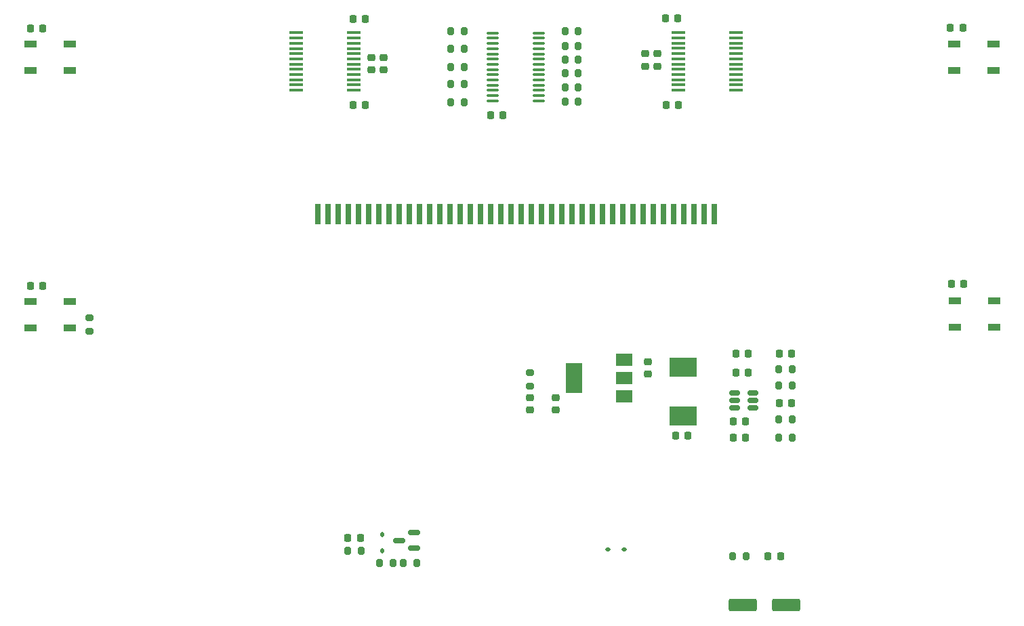
<source format=gbr>
%TF.GenerationSoftware,KiCad,Pcbnew,8.0.7*%
%TF.CreationDate,2025-01-09T15:44:16+07:00*%
%TF.ProjectId,RoboCar_PCB,526f626f-4361-4725-9f50-43422e6b6963,rev?*%
%TF.SameCoordinates,Original*%
%TF.FileFunction,Paste,Top*%
%TF.FilePolarity,Positive*%
%FSLAX46Y46*%
G04 Gerber Fmt 4.6, Leading zero omitted, Abs format (unit mm)*
G04 Created by KiCad (PCBNEW 8.0.7) date 2025-01-09 15:44:16*
%MOMM*%
%LPD*%
G01*
G04 APERTURE LIST*
G04 Aperture macros list*
%AMRoundRect*
0 Rectangle with rounded corners*
0 $1 Rounding radius*
0 $2 $3 $4 $5 $6 $7 $8 $9 X,Y pos of 4 corners*
0 Add a 4 corners polygon primitive as box body*
4,1,4,$2,$3,$4,$5,$6,$7,$8,$9,$2,$3,0*
0 Add four circle primitives for the rounded corners*
1,1,$1+$1,$2,$3*
1,1,$1+$1,$4,$5*
1,1,$1+$1,$6,$7*
1,1,$1+$1,$8,$9*
0 Add four rect primitives between the rounded corners*
20,1,$1+$1,$2,$3,$4,$5,0*
20,1,$1+$1,$4,$5,$6,$7,0*
20,1,$1+$1,$6,$7,$8,$9,0*
20,1,$1+$1,$8,$9,$2,$3,0*%
G04 Aperture macros list end*
%ADD10RoundRect,0.200000X0.200000X0.275000X-0.200000X0.275000X-0.200000X-0.275000X0.200000X-0.275000X0*%
%ADD11RoundRect,0.200000X-0.275000X0.200000X-0.275000X-0.200000X0.275000X-0.200000X0.275000X0.200000X0*%
%ADD12RoundRect,0.225000X0.225000X0.250000X-0.225000X0.250000X-0.225000X-0.250000X0.225000X-0.250000X0*%
%ADD13RoundRect,0.200000X-0.200000X-0.275000X0.200000X-0.275000X0.200000X0.275000X-0.200000X0.275000X0*%
%ADD14RoundRect,0.225000X-0.250000X0.225000X-0.250000X-0.225000X0.250000X-0.225000X0.250000X0.225000X0*%
%ADD15RoundRect,0.200000X0.275000X-0.200000X0.275000X0.200000X-0.275000X0.200000X-0.275000X-0.200000X0*%
%ADD16RoundRect,0.150000X-0.512500X-0.150000X0.512500X-0.150000X0.512500X0.150000X-0.512500X0.150000X0*%
%ADD17R,1.500000X0.900000*%
%ADD18RoundRect,0.100000X0.637500X0.100000X-0.637500X0.100000X-0.637500X-0.100000X0.637500X-0.100000X0*%
%ADD19RoundRect,0.225000X-0.225000X-0.250000X0.225000X-0.250000X0.225000X0.250000X-0.225000X0.250000X0*%
%ADD20RoundRect,0.218750X0.218750X0.256250X-0.218750X0.256250X-0.218750X-0.256250X0.218750X-0.256250X0*%
%ADD21RoundRect,0.225000X0.250000X-0.225000X0.250000X0.225000X-0.250000X0.225000X-0.250000X-0.225000X0*%
%ADD22R,1.750000X0.450000*%
%ADD23RoundRect,0.218750X0.256250X-0.218750X0.256250X0.218750X-0.256250X0.218750X-0.256250X-0.218750X0*%
%ADD24R,2.000000X1.500000*%
%ADD25R,2.000000X3.800000*%
%ADD26RoundRect,0.150000X0.587500X0.150000X-0.587500X0.150000X-0.587500X-0.150000X0.587500X-0.150000X0*%
%ADD27R,0.800000X2.500000*%
%ADD28RoundRect,0.112500X0.187500X0.112500X-0.187500X0.112500X-0.187500X-0.112500X0.187500X-0.112500X0*%
%ADD29R,3.400000X2.350000*%
%ADD30RoundRect,0.112500X-0.112500X0.187500X-0.112500X-0.187500X0.112500X-0.187500X0.112500X0.187500X0*%
%ADD31RoundRect,0.250000X-1.500000X-0.550000X1.500000X-0.550000X1.500000X0.550000X-1.500000X0.550000X0*%
G04 APERTURE END LIST*
D10*
%TO.C,R6*%
X129327768Y-110521038D03*
X127677768Y-110521038D03*
%TD*%
%TO.C,R23*%
X102620000Y-70075000D03*
X100970000Y-70075000D03*
%TD*%
D11*
%TO.C,R2*%
X41545000Y-104077500D03*
X41545000Y-105727500D03*
%TD*%
D12*
%TO.C,C16*%
X123497768Y-117021038D03*
X121947768Y-117021038D03*
%TD*%
D13*
%TO.C,R14*%
X86720000Y-70425000D03*
X88370000Y-70425000D03*
%TD*%
D14*
%TO.C,C21*%
X111295000Y-109537500D03*
X111295000Y-111087500D03*
%TD*%
D15*
%TO.C,R30*%
X96605000Y-112612500D03*
X96605000Y-110962500D03*
%TD*%
D10*
%TO.C,R3*%
X129327768Y-112521038D03*
X127677768Y-112521038D03*
%TD*%
D14*
%TO.C,C22*%
X99835000Y-114039732D03*
X99835000Y-115589732D03*
%TD*%
D16*
%TO.C,U4*%
X122195000Y-113435000D03*
X122195000Y-114385000D03*
X122195000Y-115335000D03*
X124470000Y-115335000D03*
X124470000Y-114385000D03*
X124470000Y-113435000D03*
%TD*%
D17*
%TO.C,D2*%
X39105000Y-73192500D03*
X39105000Y-69892500D03*
X34205000Y-69892500D03*
X34205000Y-73192500D03*
%TD*%
D18*
%TO.C,U3*%
X97667500Y-76935000D03*
X97667500Y-76285000D03*
X97667500Y-75635000D03*
X97667500Y-74985000D03*
X97667500Y-74335000D03*
X97667500Y-73685000D03*
X97667500Y-73035000D03*
X97667500Y-72385000D03*
X97667500Y-71735000D03*
X97667500Y-71085000D03*
X97667500Y-70435000D03*
X97667500Y-69785000D03*
X97667500Y-69135000D03*
X97667500Y-68485000D03*
X91942500Y-68485000D03*
X91942500Y-69135000D03*
X91942500Y-69785000D03*
X91942500Y-70435000D03*
X91942500Y-71085000D03*
X91942500Y-71735000D03*
X91942500Y-72385000D03*
X91942500Y-73035000D03*
X91942500Y-73685000D03*
X91942500Y-74335000D03*
X91942500Y-74985000D03*
X91942500Y-75635000D03*
X91942500Y-76285000D03*
X91942500Y-76935000D03*
%TD*%
D13*
%TO.C,R7*%
X86720000Y-74875000D03*
X88370000Y-74875000D03*
%TD*%
D19*
%TO.C,C4*%
X113595000Y-77435000D03*
X115145000Y-77435000D03*
%TD*%
D12*
%TO.C,C15*%
X123497768Y-119021038D03*
X121947768Y-119021038D03*
%TD*%
D20*
%TO.C,D6*%
X75395000Y-131582500D03*
X73820000Y-131582500D03*
%TD*%
D12*
%TO.C,C10*%
X150655000Y-67822500D03*
X149105000Y-67822500D03*
%TD*%
D14*
%TO.C,C1*%
X112470000Y-71060000D03*
X112470000Y-72610000D03*
%TD*%
D21*
%TO.C,C6*%
X78317768Y-73106038D03*
X78317768Y-71556038D03*
%TD*%
D12*
%TO.C,C11*%
X150760000Y-99792500D03*
X149210000Y-99792500D03*
%TD*%
D13*
%TO.C,R13*%
X86715000Y-68275000D03*
X88365000Y-68275000D03*
%TD*%
D17*
%TO.C,D9*%
X149625000Y-69852500D03*
X149625000Y-73152500D03*
X154525000Y-73152500D03*
X154525000Y-69852500D03*
%TD*%
D22*
%TO.C,U2*%
X67355000Y-68460000D03*
X67355000Y-69110000D03*
X67355000Y-69760000D03*
X67355000Y-70410000D03*
X67355000Y-71060000D03*
X67355000Y-71710000D03*
X67355000Y-72360000D03*
X67355000Y-73010000D03*
X67355000Y-73660000D03*
X67355000Y-74310000D03*
X67355000Y-74960000D03*
X67355000Y-75610000D03*
X74555000Y-75610000D03*
X74555000Y-74960000D03*
X74555000Y-74310000D03*
X74555000Y-73660000D03*
X74555000Y-73010000D03*
X74555000Y-72360000D03*
X74555000Y-71710000D03*
X74555000Y-71060000D03*
X74555000Y-70410000D03*
X74555000Y-69760000D03*
X74555000Y-69110000D03*
X74555000Y-68460000D03*
%TD*%
D13*
%TO.C,R17*%
X73820000Y-133212500D03*
X75470000Y-133212500D03*
%TD*%
D17*
%TO.C,D8*%
X149665000Y-101942500D03*
X149665000Y-105242500D03*
X154565000Y-105242500D03*
X154565000Y-101942500D03*
%TD*%
D10*
%TO.C,R16*%
X102620000Y-71775000D03*
X100970000Y-71775000D03*
%TD*%
D23*
%TO.C,D12*%
X96605000Y-115600000D03*
X96605000Y-114025000D03*
%TD*%
D19*
%TO.C,C19*%
X122295000Y-108521038D03*
X123845000Y-108521038D03*
%TD*%
D13*
%TO.C,R8*%
X86720000Y-77125000D03*
X88370000Y-77125000D03*
%TD*%
D24*
%TO.C,U5*%
X108355000Y-113889732D03*
X108355000Y-111589732D03*
D25*
X102055000Y-111589732D03*
D24*
X108355000Y-109289732D03*
%TD*%
D19*
%TO.C,C12*%
X34200000Y-67902500D03*
X35750000Y-67902500D03*
%TD*%
D10*
%TO.C,R29*%
X123577768Y-133852500D03*
X121927768Y-133852500D03*
%TD*%
D20*
%TO.C,D11*%
X127872500Y-133852500D03*
X126297500Y-133852500D03*
%TD*%
D12*
%TO.C,C17*%
X116302768Y-118835000D03*
X114752768Y-118835000D03*
%TD*%
D26*
%TO.C,Q2*%
X82085000Y-132842500D03*
X82085000Y-130942500D03*
X80210000Y-131892500D03*
%TD*%
D19*
%TO.C,C20*%
X127727768Y-114771038D03*
X129277768Y-114771038D03*
%TD*%
D13*
%TO.C,R4*%
X127677768Y-116771038D03*
X129327768Y-116771038D03*
%TD*%
D27*
%TO.C,J1*%
X70120000Y-91095000D03*
X71390000Y-91095000D03*
X72660000Y-91095000D03*
X73930000Y-91095000D03*
X75200000Y-91095000D03*
X76470000Y-91095000D03*
X77740000Y-91095000D03*
X79010000Y-91095000D03*
X80280000Y-91095000D03*
X81550000Y-91095000D03*
X82820000Y-91095000D03*
X84090000Y-91095000D03*
X85360000Y-91095000D03*
X86630000Y-91095000D03*
X87900000Y-91095000D03*
X89170000Y-91095000D03*
X90440000Y-91095000D03*
X91710000Y-91095000D03*
X92980000Y-91095000D03*
X94250000Y-91095000D03*
X95520000Y-91095000D03*
X96790000Y-91095000D03*
X98060000Y-91095000D03*
X99330000Y-91095000D03*
X100600000Y-91095000D03*
X101870000Y-91095000D03*
X103140000Y-91095000D03*
X104410000Y-91095000D03*
X105680000Y-91095000D03*
X106950000Y-91095000D03*
X108220000Y-91095000D03*
X109490000Y-91095000D03*
X110760000Y-91095000D03*
X112030000Y-91095000D03*
X113300000Y-91095000D03*
X114570000Y-91095000D03*
X115840000Y-91095000D03*
X117110000Y-91095000D03*
X118380000Y-91095000D03*
X119650000Y-91095000D03*
%TD*%
D10*
%TO.C,R24*%
X102620000Y-68275000D03*
X100970000Y-68275000D03*
%TD*%
D14*
%TO.C,C2*%
X111010000Y-71060000D03*
X111010000Y-72610000D03*
%TD*%
D19*
%TO.C,C3*%
X113495000Y-66635000D03*
X115045000Y-66635000D03*
%TD*%
%TO.C,C18*%
X122295000Y-110885000D03*
X123845000Y-110885000D03*
%TD*%
D12*
%TO.C,C8*%
X76045000Y-66705000D03*
X74495000Y-66705000D03*
%TD*%
D21*
%TO.C,C5*%
X76770000Y-73110000D03*
X76770000Y-71560000D03*
%TD*%
D10*
%TO.C,R11*%
X102620000Y-77095000D03*
X100970000Y-77095000D03*
%TD*%
D28*
%TO.C,D4*%
X108382500Y-133022500D03*
X106282500Y-133022500D03*
%TD*%
D10*
%TO.C,R1*%
X79450000Y-134672500D03*
X77800000Y-134672500D03*
%TD*%
%TO.C,R9*%
X82415000Y-134672500D03*
X80765000Y-134672500D03*
%TD*%
%TO.C,R15*%
X102620000Y-73475000D03*
X100970000Y-73475000D03*
%TD*%
D12*
%TO.C,C7*%
X76045000Y-77435000D03*
X74495000Y-77435000D03*
%TD*%
D10*
%TO.C,R5*%
X129327768Y-119021038D03*
X127677768Y-119021038D03*
%TD*%
D29*
%TO.C,L1*%
X115752768Y-116310000D03*
X115752768Y-110260000D03*
%TD*%
D30*
%TO.C,D1*%
X78110000Y-131117500D03*
X78110000Y-133217500D03*
%TD*%
D19*
%TO.C,C13*%
X91645000Y-78775000D03*
X93195000Y-78775000D03*
%TD*%
D13*
%TO.C,R10*%
X86720000Y-72725000D03*
X88370000Y-72725000D03*
%TD*%
D17*
%TO.C,D5*%
X39075000Y-105372500D03*
X39075000Y-102072500D03*
X34175000Y-102072500D03*
X34175000Y-105372500D03*
%TD*%
D10*
%TO.C,R12*%
X102620000Y-75275000D03*
X100970000Y-75275000D03*
%TD*%
D19*
%TO.C,C9*%
X34175000Y-100102500D03*
X35725000Y-100102500D03*
%TD*%
D22*
%TO.C,U1*%
X122305000Y-75605000D03*
X122305000Y-74955000D03*
X122305000Y-74305000D03*
X122305000Y-73655000D03*
X122305000Y-73005000D03*
X122305000Y-72355000D03*
X122305000Y-71705000D03*
X122305000Y-71055000D03*
X122305000Y-70405000D03*
X122305000Y-69755000D03*
X122305000Y-69105000D03*
X122305000Y-68455000D03*
X115105000Y-68455000D03*
X115105000Y-69105000D03*
X115105000Y-69755000D03*
X115105000Y-70405000D03*
X115105000Y-71055000D03*
X115105000Y-71705000D03*
X115105000Y-72355000D03*
X115105000Y-73005000D03*
X115105000Y-73655000D03*
X115105000Y-74305000D03*
X115105000Y-74955000D03*
X115105000Y-75605000D03*
%TD*%
D31*
%TO.C,C14*%
X123152768Y-139921038D03*
X128552768Y-139921038D03*
%TD*%
D20*
%TO.C,D3*%
X129290268Y-108521038D03*
X127715268Y-108521038D03*
%TD*%
M02*

</source>
